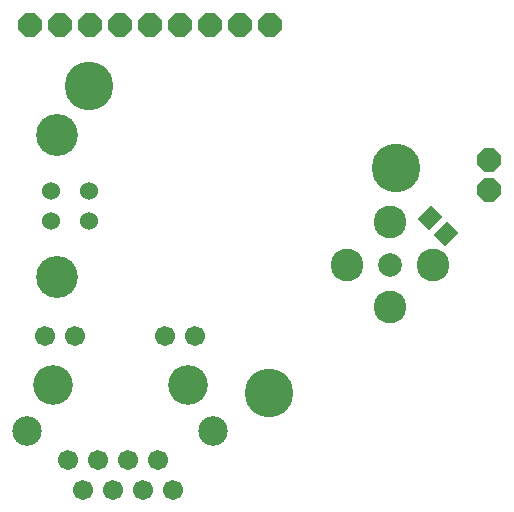
<source format=gbr>
G04 EAGLE Gerber RS-274X export*
G75*
%MOMM*%
%FSLAX34Y34*%
%LPD*%
%INSoldermask Bottom*%
%IPPOS*%
%AMOC8*
5,1,8,0,0,1.08239X$1,22.5*%
G01*
%ADD10C,1.524000*%
%ADD11C,3.551600*%
%ADD12C,2.501900*%
%ADD13C,1.701600*%
%ADD14C,3.352800*%
%ADD15C,2.006600*%
%ADD16C,2.768600*%
%ADD17R,1.401600X1.601600*%
%ADD18P,2.199416X8X202.500000*%
%ADD19C,4.114800*%


D10*
X75260Y265230D03*
X75260Y240230D03*
X43260Y240230D03*
X43260Y265230D03*
D11*
X48260Y192530D03*
X48260Y312930D03*
D12*
X22860Y62738D03*
X180340Y62738D03*
D13*
X38227Y142748D03*
X63627Y142748D03*
X139573Y142748D03*
X164973Y142748D03*
X57150Y38100D03*
X69850Y12700D03*
X82550Y38100D03*
X95250Y12700D03*
X107950Y38100D03*
X120650Y12700D03*
X133350Y38100D03*
X146050Y12700D03*
D14*
X44450Y101600D03*
X158750Y101600D03*
D15*
X330200Y203200D03*
D16*
X366261Y203200D03*
X330200Y239261D03*
X294139Y203200D03*
X330200Y167139D03*
D17*
G36*
X378265Y240119D02*
X388175Y230209D01*
X376851Y218885D01*
X366941Y228795D01*
X378265Y240119D01*
G37*
G36*
X364830Y253555D02*
X374740Y243645D01*
X363416Y232321D01*
X353506Y242231D01*
X364830Y253555D01*
G37*
D18*
X414020Y292100D03*
X414020Y266700D03*
X76200Y406400D03*
X101600Y406400D03*
X127000Y406400D03*
X152400Y406400D03*
X177800Y406400D03*
X203200Y406400D03*
X228600Y406400D03*
X50800Y406400D03*
X25400Y406400D03*
D19*
X75692Y354584D03*
X335026Y284734D03*
X227330Y94996D03*
M02*

</source>
